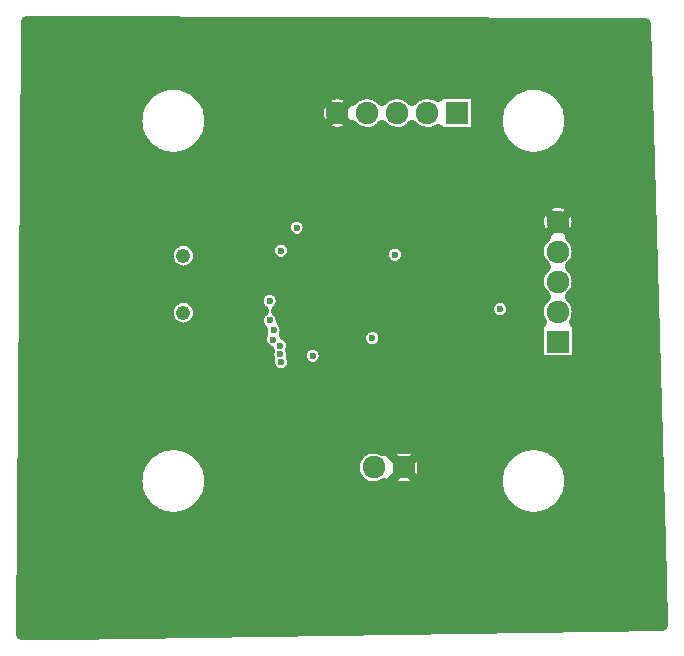
<source format=gbr>
G04 DipTrace 4.3.0.3*
G04 G2L.gbr*
%MOMM*%
G04 #@! TF.FileFunction,Copper,L2,Inr*
G04 #@! TF.Part,Single*
G04 #@! TA.AperFunction,ViaPad*
%ADD17C,0.6*%
G04 #@! TA.AperFunction,CopperBalancing*
%ADD18C,1.0*%
%ADD29C,0.8*%
G04 #@! TA.AperFunction,ComponentPad*
%ADD33R,1.92X1.92*%
%ADD34C,1.92*%
%ADD39C,1.2192*%
%FSLAX35Y35*%
G04*
G71*
G90*
G75*
G01*
G04 Inner1*
%LPD*%
D17*
X3245000Y3185000D3*
X3055000Y2480000D3*
X2415000Y3415000D3*
X2280000Y3220000D3*
X2220000Y2545000D3*
X2215000Y2465000D3*
X2275000Y2415000D3*
Y2345000D3*
X2280000Y2275000D3*
X2185000Y2630000D3*
Y2795000D3*
X2475000Y3715000D3*
X1880000Y3570000D3*
X1765000Y3500000D3*
X1760000Y3380000D3*
X1820000Y3240000D3*
X1910000Y3125000D3*
X2430000Y2925000D3*
X1115000Y2940000D3*
X1770000Y2365000D3*
X1765000Y2295000D3*
X1760000Y2230000D3*
X1780000Y2460000D3*
X1820000Y2535000D3*
X1840000Y2625000D3*
X1825000Y2715000D3*
X4190000Y1710000D3*
X3995000Y1580000D3*
X1975000Y2210000D3*
X2165000Y1815000D3*
X2255000D3*
X2505000D3*
X2425000D3*
X2345000D3*
X3700000Y1840000D3*
X3540000Y3080000D3*
X3440000Y3060000D3*
X3360000Y3055000D3*
X1335000Y2000000D3*
X1380000Y1915000D3*
X1480000Y1905000D3*
X1565000Y1935000D3*
X1580000Y2020000D3*
X3205000Y1825000D3*
X4580000Y2010000D3*
X4655000D3*
X2785000Y3525000D3*
X2830000Y3480000D3*
X2835000Y3420000D3*
X3665000Y3775000D3*
X3600000D3*
X3530000Y3770000D3*
X3480000Y3730000D3*
X3475000Y3650000D3*
X3480000Y3585000D3*
Y3520000D3*
X4715000Y2085000D3*
X3570000Y3360000D3*
X3650000Y3350000D3*
X3785000Y3300000D3*
X3820000Y3260000D3*
X3845000Y3210000D3*
X3840000Y3140000D3*
X3820000Y3085000D3*
X3825000Y3025000D3*
X3835000Y2745000D3*
Y2685000D3*
X3865000Y2625000D3*
X3940000Y2610000D3*
X4010000Y2615000D3*
X3925000Y3990000D3*
X3830000D3*
X3950000Y4200000D3*
X3815000Y4065000D3*
Y4140000D3*
X3825000Y4210000D3*
X3410000Y3135000D3*
X3480000Y3140000D3*
X3545000Y3135000D3*
X3580000Y2745000D3*
X3585000Y2690000D3*
X3555000Y2635000D3*
X3320000Y2555000D3*
X3550000Y2525000D3*
X3500000Y2480000D3*
X3525000Y2410000D3*
X3390000Y2345000D3*
X3320000Y2385000D3*
X1140000Y1695000D3*
X1210000Y1685000D3*
X1265000Y1695000D3*
X1320000Y1720000D3*
X1380000D3*
X1515000Y1695000D3*
X1505000Y1640000D3*
Y1580000D3*
X1565000Y1585000D3*
X1645000Y1575000D3*
X1740000Y1570000D3*
X1750000Y1635000D3*
X1855000Y1575000D3*
X1940000D3*
X2030000Y1585000D3*
X2100000Y1605000D3*
X2180000D3*
X2265000Y1600000D3*
X2340000D3*
X2420000Y1590000D3*
X2500000Y1600000D3*
X2950000Y2590000D3*
X3360000Y3110000D3*
X4135000Y2725000D3*
X2550000Y2330000D3*
X143727Y5060333D2*
D18*
X5358460D1*
X142861Y4960667D2*
X5361240D1*
X142041Y4861000D2*
X5364066D1*
X141175Y4761333D2*
X5366846D1*
X140355Y4661667D2*
X5369626D1*
X139489Y4562000D2*
X1163063D1*
X1576904D2*
X4213076D1*
X4626917D2*
X5372406D1*
X138623Y4462333D2*
X1082354D1*
X1657660D2*
X2599840D1*
X3952985D2*
X4132367D1*
X4707627D2*
X5375231D1*
X137803Y4362667D2*
X1050954D1*
X1689059D2*
X2582477D1*
X3952985D2*
X4100921D1*
X4739072D2*
X5378011D1*
X136937Y4263000D2*
X1053232D1*
X1686735D2*
X2633519D1*
X3952985D2*
X4103245D1*
X4736748D2*
X5380791D1*
X136117Y4163333D2*
X1090192D1*
X1649821D2*
X4140205D1*
X4699834D2*
X5383571D1*
X135251Y4063667D2*
X1182113D1*
X1557855D2*
X4232126D1*
X4607868D2*
X5386351D1*
X134385Y3964000D2*
X5389176D1*
X133564Y3864333D2*
X5391956D1*
X132699Y3764667D2*
X5394736D1*
X131878Y3665000D2*
X5397516D1*
X131012Y3565333D2*
X4479495D1*
X4770472D2*
X5400296D1*
X130146Y3465667D2*
X2316468D1*
X2513519D2*
X4447002D1*
X4803011D2*
X5403122D1*
X129326Y3366000D2*
X2315557D1*
X2514476D2*
X4479997D1*
X4770016D2*
X5405902D1*
X128460Y3266333D2*
X1347178D1*
X1562822D2*
X2179111D1*
X2380856D2*
X3173467D1*
X3316559D2*
X4456025D1*
X4793988D2*
X5408682D1*
X127640Y3166667D2*
X1312406D1*
X1597594D2*
X2183076D1*
X2376937D2*
X3134639D1*
X3355342D2*
X4453245D1*
X4796768D2*
X5411462D1*
X126774Y3067000D2*
X1369281D1*
X1540719D2*
X4487152D1*
X4762861D2*
X5414287D1*
X125908Y2967333D2*
X4447275D1*
X4802738D2*
X5417067D1*
X125088Y2867667D2*
X2103415D1*
X2266559D2*
X4473343D1*
X4776624D2*
X5419847D1*
X124222Y2768000D2*
X1334736D1*
X1575264D2*
X2076618D1*
X2293356D2*
X4032516D1*
X4237497D2*
X4459671D1*
X4790342D2*
X5422627D1*
X123402Y2668333D2*
X1314502D1*
X1595498D2*
X2080492D1*
X2289528D2*
X4040173D1*
X4229795D2*
X4450830D1*
X4799183D2*
X5425407D1*
X122536Y2568667D2*
X1399769D1*
X1510231D2*
X2093480D1*
X2329222D2*
X2994593D1*
X3115400D2*
X4447002D1*
X4803011D2*
X5428232D1*
X121670Y2469000D2*
X2103096D1*
X2371514D2*
X2943597D1*
X3166396D2*
X4447002D1*
X4803011D2*
X5431012D1*
X120850Y2369333D2*
X2165941D1*
X2384046D2*
X2445895D1*
X2654111D2*
X4447002D1*
X4803011D2*
X5433792D1*
X119984Y2269667D2*
X2168128D1*
X2391839D2*
X2457744D1*
X2642262D2*
X5436572D1*
X119163Y2170000D2*
X5439398D1*
X118298Y2070333D2*
X5442178D1*
X117432Y1970667D2*
X5444958D1*
X116611Y1871000D2*
X5447738D1*
X115745Y1771333D2*
X5450518D1*
X114925Y1671667D2*
X5453343D1*
X114059Y1572000D2*
X1281644D1*
X1458369D2*
X4331657D1*
X4508337D2*
X5456123D1*
X113193Y1472333D2*
X1122503D1*
X1617510D2*
X2912471D1*
X3497985D2*
X4172516D1*
X4667477D2*
X5458903D1*
X112373Y1372667D2*
X1065355D1*
X1674613D2*
X2888454D1*
X3497985D2*
X4115368D1*
X4724626D2*
X5461683D1*
X111507Y1273000D2*
X1048037D1*
X1691976D2*
X2930791D1*
X3497985D2*
X4098005D1*
X4741989D2*
X5464508D1*
X110641Y1173333D2*
X1063350D1*
X1676663D2*
X4113363D1*
X4726631D2*
X5467288D1*
X109821Y1073667D2*
X1117536D1*
X1622477D2*
X4167503D1*
X4672490D2*
X5470068D1*
X108955Y974000D2*
X1261364D1*
X1478649D2*
X4311377D1*
X4528617D2*
X5472848D1*
X108135Y874333D2*
X5475628D1*
X107269Y774667D2*
X5478454D1*
X106403Y675000D2*
X5481234D1*
X105583Y575333D2*
X5484014D1*
X104717Y475667D2*
X5486794D1*
X103896Y376000D2*
X5489574D1*
X103031Y276333D2*
X5492399D1*
X102165Y176667D2*
X5495179D1*
X101344Y77000D2*
X5497959D1*
X100479Y-22667D2*
X505856D1*
X3630333Y4553000D2*
X3943000D1*
Y4217000D1*
X3607000D1*
Y4240675D1*
X3594758Y4234057D1*
X3573033Y4225261D1*
X3550295Y4219574D1*
X3526987Y4217107D1*
X3503562Y4217907D1*
X3480477Y4221960D1*
X3458181Y4229187D1*
X3437107Y4239446D1*
X3417667Y4252538D1*
X3400237Y4268208D1*
X3394273Y4275305D1*
X3379506Y4260235D1*
X3361047Y4245791D1*
X3340758Y4234057D1*
X3319033Y4225261D1*
X3296295Y4219574D1*
X3272987Y4217107D1*
X3249562Y4217907D1*
X3226477Y4221960D1*
X3204181Y4229187D1*
X3183107Y4239446D1*
X3163667Y4252538D1*
X3146237Y4268208D1*
X3140273Y4275305D1*
X3125506Y4260235D1*
X3107047Y4245791D1*
X3086758Y4234057D1*
X3065033Y4225261D1*
X3042295Y4219574D1*
X3018987Y4217107D1*
X2995562Y4217907D1*
X2972477Y4221960D1*
X2950181Y4229187D1*
X2929107Y4239446D1*
X2909667Y4252538D1*
X2892237Y4268208D1*
X2886273Y4275305D1*
X2883143Y4271807D1*
X2877782Y4266195D1*
X2872169Y4260836D1*
X2866314Y4255742D1*
X2860230Y4250923D1*
X2853930Y4246391D1*
X2847427Y4242155D1*
X2840735Y4238224D1*
X2833870Y4234605D1*
X2826844Y4231308D1*
X2819673Y4228339D1*
X2812374Y4225704D1*
X2804960Y4223409D1*
X2797448Y4221459D1*
X2789854Y4219858D1*
X2782194Y4218609D1*
X2774485Y4217715D1*
X2766743Y4217179D1*
X2758984Y4217000D1*
X2751225Y4217180D1*
X2743483Y4217718D1*
X2735774Y4218613D1*
X2728114Y4219863D1*
X2720521Y4221466D1*
X2713009Y4223418D1*
X2705596Y4225714D1*
X2698296Y4228351D1*
X2691126Y4231321D1*
X2684101Y4234620D1*
X2677236Y4238239D1*
X2670546Y4242172D1*
X2664044Y4246410D1*
X2657744Y4250943D1*
X2651661Y4255762D1*
X2645807Y4260857D1*
X2640195Y4266218D1*
X2634836Y4271831D1*
X2629742Y4277686D1*
X2624923Y4283770D1*
X2620391Y4290070D1*
X2616155Y4296573D1*
X2612224Y4303265D1*
X2608605Y4310130D1*
X2605308Y4317156D1*
X2602339Y4324327D1*
X2599704Y4331626D1*
X2597409Y4339040D1*
X2595459Y4346552D1*
X2593858Y4354146D1*
X2592609Y4361806D1*
X2591715Y4369515D1*
X2591179Y4377257D1*
X2591000Y4385016D1*
X2591180Y4392775D1*
X2591718Y4400517D1*
X2592613Y4408226D1*
X2593863Y4415886D1*
X2595466Y4423479D1*
X2597418Y4430991D1*
X2599714Y4438404D1*
X2602351Y4445704D1*
X2605321Y4452874D1*
X2608620Y4459899D1*
X2612239Y4466764D1*
X2616172Y4473454D1*
X2620410Y4479956D1*
X2624943Y4486256D1*
X2629762Y4492339D1*
X2634857Y4498193D1*
X2640218Y4503805D1*
X2645831Y4509164D1*
X2651686Y4514258D1*
X2657770Y4519077D1*
X2664070Y4523609D1*
X2670573Y4527845D1*
X2677265Y4531776D1*
X2684130Y4535395D1*
X2691156Y4538692D1*
X2698327Y4541661D1*
X2705626Y4544296D1*
X2713040Y4546591D1*
X2720552Y4548541D1*
X2728146Y4550142D1*
X2735806Y4551391D1*
X2743515Y4552285D1*
X2751257Y4552821D1*
X2759016Y4553000D1*
X2766775Y4552820D1*
X2774517Y4552282D1*
X2782226Y4551387D1*
X2789886Y4550137D1*
X2797479Y4548534D1*
X2804991Y4546582D1*
X2812404Y4544286D1*
X2819704Y4541649D1*
X2826874Y4538679D1*
X2833899Y4535380D1*
X2840764Y4531761D1*
X2847454Y4527828D1*
X2853956Y4523590D1*
X2860256Y4519057D1*
X2866339Y4514238D1*
X2872193Y4509143D1*
X2877805Y4503782D1*
X2883164Y4498169D1*
X2885975Y4494938D1*
X2892065Y4501613D1*
X2909471Y4517309D1*
X2928893Y4530430D1*
X2949951Y4540720D1*
X2972237Y4547980D1*
X2995316Y4552067D1*
X3018739Y4552902D1*
X3042051Y4550469D1*
X3064797Y4544816D1*
X3086535Y4536052D1*
X3106842Y4524348D1*
X3125322Y4509931D1*
X3139913Y4494844D1*
X3146065Y4501613D1*
X3163471Y4517309D1*
X3182893Y4530430D1*
X3203951Y4540720D1*
X3226237Y4547980D1*
X3249316Y4552067D1*
X3272739Y4552902D1*
X3296051Y4550469D1*
X3318797Y4544816D1*
X3340535Y4536052D1*
X3360842Y4524348D1*
X3379322Y4509931D1*
X3393913Y4494844D1*
X3400065Y4501613D1*
X3417471Y4517309D1*
X3436893Y4530430D1*
X3457951Y4540720D1*
X3480237Y4547980D1*
X3503316Y4552067D1*
X3526739Y4552902D1*
X3550051Y4550469D1*
X3572797Y4544816D1*
X3594535Y4536052D1*
X3607009Y4528862D1*
X3607000Y4553000D1*
X3630333D1*
X1681128Y1246688D2*
X1678516Y1223503D1*
X1674178Y1200578D1*
X1668140Y1178040D1*
X1660434Y1156018D1*
X1651104Y1134632D1*
X1640202Y1114004D1*
X1627789Y1094248D1*
X1613934Y1075474D1*
X1598715Y1057789D1*
X1582217Y1041291D1*
X1564532Y1026071D1*
X1545759Y1012216D1*
X1526004Y999802D1*
X1505376Y988900D1*
X1483990Y979569D1*
X1461968Y971863D1*
X1439431Y965823D1*
X1416505Y961485D1*
X1393320Y958873D1*
X1370004Y958000D1*
X1346688Y958872D1*
X1323503Y961484D1*
X1300578Y965822D1*
X1278040Y971860D1*
X1256018Y979566D1*
X1234632Y988896D1*
X1214004Y999798D1*
X1194248Y1012211D1*
X1175474Y1026066D1*
X1157789Y1041285D1*
X1141291Y1057783D1*
X1126071Y1075468D1*
X1112216Y1094241D1*
X1099802Y1113996D1*
X1088900Y1134624D1*
X1079569Y1156010D1*
X1071863Y1178032D1*
X1065823Y1200569D1*
X1061485Y1223495D1*
X1058873Y1246680D1*
X1058000Y1269996D1*
X1058872Y1293312D1*
X1061484Y1316497D1*
X1065822Y1339422D1*
X1071860Y1361960D1*
X1079566Y1383982D1*
X1088896Y1405368D1*
X1099798Y1425996D1*
X1112211Y1445752D1*
X1126066Y1464526D1*
X1141285Y1482211D1*
X1157783Y1498709D1*
X1175468Y1513929D1*
X1194241Y1527784D1*
X1213996Y1540198D1*
X1234624Y1551100D1*
X1256010Y1560431D1*
X1278032Y1568137D1*
X1300569Y1574177D1*
X1323495Y1578515D1*
X1346680Y1581127D1*
X1369996Y1582000D1*
X1393312Y1581128D1*
X1416497Y1578516D1*
X1439422Y1574178D1*
X1461960Y1568140D1*
X1483982Y1560434D1*
X1505368Y1551104D1*
X1525996Y1540202D1*
X1545752Y1527789D1*
X1564526Y1513934D1*
X1582211Y1498715D1*
X1598709Y1482217D1*
X1613929Y1464532D1*
X1627784Y1445759D1*
X1640198Y1426004D1*
X1651100Y1405376D1*
X1660431Y1383990D1*
X1668137Y1361968D1*
X1674177Y1339431D1*
X1678515Y1316505D1*
X1681127Y1293320D1*
X1682000Y1270000D1*
X1681128Y1246688D1*
X4731128D2*
X4728516Y1223503D1*
X4724178Y1200578D1*
X4718140Y1178040D1*
X4710434Y1156018D1*
X4701104Y1134632D1*
X4690202Y1114004D1*
X4677789Y1094248D1*
X4663934Y1075474D1*
X4648715Y1057789D1*
X4632217Y1041291D1*
X4614532Y1026071D1*
X4595759Y1012216D1*
X4576004Y999802D1*
X4555376Y988900D1*
X4533990Y979569D1*
X4511968Y971863D1*
X4489431Y965823D1*
X4466505Y961485D1*
X4443320Y958873D1*
X4420004Y958000D1*
X4396688Y958872D1*
X4373503Y961484D1*
X4350578Y965822D1*
X4328040Y971860D1*
X4306018Y979566D1*
X4284632Y988896D1*
X4264004Y999798D1*
X4244248Y1012211D1*
X4225474Y1026066D1*
X4207789Y1041285D1*
X4191291Y1057783D1*
X4176071Y1075468D1*
X4162216Y1094241D1*
X4149802Y1113996D1*
X4138900Y1134624D1*
X4129569Y1156010D1*
X4121863Y1178032D1*
X4115823Y1200569D1*
X4111485Y1223495D1*
X4108873Y1246680D1*
X4108000Y1269996D1*
X4108872Y1293312D1*
X4111484Y1316497D1*
X4115822Y1339422D1*
X4121860Y1361960D1*
X4129566Y1383982D1*
X4138896Y1405368D1*
X4149798Y1425996D1*
X4162211Y1445752D1*
X4176066Y1464526D1*
X4191285Y1482211D1*
X4207783Y1498709D1*
X4225468Y1513929D1*
X4244241Y1527784D1*
X4263996Y1540198D1*
X4284624Y1551100D1*
X4306010Y1560431D1*
X4328032Y1568137D1*
X4350569Y1574177D1*
X4373495Y1578515D1*
X4396680Y1581127D1*
X4419996Y1582000D1*
X4443312Y1581128D1*
X4466497Y1578516D1*
X4489422Y1574178D1*
X4511960Y1568140D1*
X4533982Y1560434D1*
X4555368Y1551104D1*
X4575996Y1540202D1*
X4595752Y1527789D1*
X4614526Y1513934D1*
X4632211Y1498715D1*
X4648709Y1482217D1*
X4663929Y1464532D1*
X4677784Y1445759D1*
X4690198Y1426004D1*
X4701100Y1405376D1*
X4710431Y1383990D1*
X4718137Y1361968D1*
X4724177Y1339431D1*
X4728515Y1316505D1*
X4731127Y1293320D1*
X4732000Y1270000D1*
X4731128Y1246688D1*
Y4296688D2*
X4728516Y4273503D1*
X4724178Y4250578D1*
X4718140Y4228040D1*
X4710434Y4206018D1*
X4701104Y4184632D1*
X4690202Y4164004D1*
X4677789Y4144248D1*
X4663934Y4125474D1*
X4648715Y4107789D1*
X4632217Y4091291D1*
X4614532Y4076071D1*
X4595759Y4062216D1*
X4576004Y4049802D1*
X4555376Y4038900D1*
X4533990Y4029569D1*
X4511968Y4021863D1*
X4489431Y4015823D1*
X4466505Y4011485D1*
X4443320Y4008873D1*
X4420004Y4008000D1*
X4396688Y4008872D1*
X4373503Y4011484D1*
X4350578Y4015822D1*
X4328040Y4021860D1*
X4306018Y4029566D1*
X4284632Y4038896D1*
X4264004Y4049798D1*
X4244248Y4062211D1*
X4225474Y4076066D1*
X4207789Y4091285D1*
X4191291Y4107783D1*
X4176071Y4125468D1*
X4162216Y4144241D1*
X4149802Y4163996D1*
X4138900Y4184624D1*
X4129569Y4206010D1*
X4121863Y4228032D1*
X4115823Y4250569D1*
X4111485Y4273495D1*
X4108873Y4296680D1*
X4108000Y4319996D1*
X4108872Y4343312D1*
X4111484Y4366497D1*
X4115822Y4389422D1*
X4121860Y4411960D1*
X4129566Y4433982D1*
X4138896Y4455368D1*
X4149798Y4475996D1*
X4162211Y4495752D1*
X4176066Y4514526D1*
X4191285Y4532211D1*
X4207783Y4548709D1*
X4225468Y4563929D1*
X4244241Y4577784D1*
X4263996Y4590198D1*
X4284624Y4601100D1*
X4306010Y4610431D1*
X4328032Y4618137D1*
X4350569Y4624177D1*
X4373495Y4628515D1*
X4396680Y4631127D1*
X4419996Y4632000D1*
X4443312Y4631128D1*
X4466497Y4628516D1*
X4489422Y4624178D1*
X4511960Y4618140D1*
X4533982Y4610434D1*
X4555368Y4601104D1*
X4575996Y4590202D1*
X4595752Y4577789D1*
X4614526Y4563934D1*
X4632211Y4548715D1*
X4648709Y4532217D1*
X4663929Y4514532D1*
X4677784Y4495759D1*
X4690198Y4476004D1*
X4701100Y4455376D1*
X4710431Y4433990D1*
X4718137Y4411968D1*
X4724177Y4389431D1*
X4728515Y4366505D1*
X4731127Y4343320D1*
X4732000Y4320000D1*
X4731128Y4296688D1*
X1681128D2*
X1678516Y4273503D1*
X1674178Y4250578D1*
X1668140Y4228040D1*
X1660434Y4206018D1*
X1651104Y4184632D1*
X1640202Y4164004D1*
X1627789Y4144248D1*
X1613934Y4125474D1*
X1598715Y4107789D1*
X1582217Y4091291D1*
X1564532Y4076071D1*
X1545759Y4062216D1*
X1526004Y4049802D1*
X1505376Y4038900D1*
X1483990Y4029569D1*
X1461968Y4021863D1*
X1439431Y4015823D1*
X1416505Y4011485D1*
X1393320Y4008873D1*
X1370004Y4008000D1*
X1346688Y4008872D1*
X1323503Y4011484D1*
X1300578Y4015822D1*
X1278040Y4021860D1*
X1256018Y4029566D1*
X1234632Y4038896D1*
X1214004Y4049798D1*
X1194248Y4062211D1*
X1175474Y4076066D1*
X1157789Y4091285D1*
X1141291Y4107783D1*
X1126071Y4125468D1*
X1112216Y4144241D1*
X1099802Y4163996D1*
X1088900Y4184624D1*
X1079569Y4206010D1*
X1071863Y4228032D1*
X1065823Y4250569D1*
X1061485Y4273495D1*
X1058873Y4296680D1*
X1058000Y4319996D1*
X1058872Y4343312D1*
X1061484Y4366497D1*
X1065822Y4389422D1*
X1071860Y4411960D1*
X1079566Y4433982D1*
X1088896Y4455368D1*
X1099798Y4475996D1*
X1112211Y4495752D1*
X1126066Y4514526D1*
X1141285Y4532211D1*
X1157783Y4548709D1*
X1175468Y4563929D1*
X1194241Y4577784D1*
X1213996Y4590198D1*
X1234624Y4601100D1*
X1256010Y4610431D1*
X1278032Y4618137D1*
X1300569Y4624177D1*
X1323495Y4628515D1*
X1346680Y4631127D1*
X1369996Y4632000D1*
X1393312Y4631128D1*
X1416497Y4628516D1*
X1439422Y4624178D1*
X1461960Y4618140D1*
X1483982Y4610434D1*
X1505368Y4601104D1*
X1525996Y4590202D1*
X1545752Y4577789D1*
X1564526Y4563934D1*
X1582211Y4548715D1*
X1598709Y4532217D1*
X1613929Y4514532D1*
X1627784Y4495759D1*
X1640198Y4476004D1*
X1651100Y4455376D1*
X1660431Y4433990D1*
X1668137Y4411968D1*
X1674177Y4389431D1*
X1678515Y4366505D1*
X1681127Y4343320D1*
X1682000Y4320000D1*
X1681128Y4296688D1*
X4480333Y2618000D2*
X4480675D1*
X4476723Y2625019D1*
X4467174Y2646424D1*
X4460697Y2668950D1*
X4457418Y2692157D1*
X4457401Y2715595D1*
X4460645Y2738808D1*
X4467089Y2761343D1*
X4476607Y2782762D1*
X4489012Y2802648D1*
X4504065Y2820613D1*
X4515301Y2830745D1*
X4504237Y2841208D1*
X4489158Y2859152D1*
X4476723Y2879019D1*
X4467174Y2900424D1*
X4460697Y2922950D1*
X4457418Y2946157D1*
X4457401Y2969595D1*
X4460645Y2992808D1*
X4467089Y3015343D1*
X4476607Y3036762D1*
X4489012Y3056648D1*
X4504065Y3074613D1*
X4515301Y3084745D1*
X4504237Y3095208D1*
X4489158Y3113152D1*
X4476723Y3133019D1*
X4467174Y3154424D1*
X4460697Y3176950D1*
X4457418Y3200157D1*
X4457401Y3223595D1*
X4460645Y3246808D1*
X4467089Y3269343D1*
X4476607Y3290762D1*
X4489012Y3310648D1*
X4504065Y3328613D1*
X4515301Y3338745D1*
X4511807Y3341857D1*
X4506195Y3347218D1*
X4500836Y3352831D1*
X4495742Y3358686D1*
X4490923Y3364770D1*
X4486391Y3371070D1*
X4482155Y3377573D1*
X4478224Y3384265D1*
X4474605Y3391130D1*
X4471308Y3398156D1*
X4468339Y3405327D1*
X4465704Y3412626D1*
X4463409Y3420040D1*
X4461459Y3427552D1*
X4459858Y3435146D1*
X4458609Y3442806D1*
X4457715Y3450515D1*
X4457179Y3458257D1*
X4457000Y3466016D1*
X4457180Y3473775D1*
X4457718Y3481517D1*
X4458613Y3489226D1*
X4459863Y3496886D1*
X4461466Y3504479D1*
X4463418Y3511991D1*
X4465714Y3519404D1*
X4468351Y3526704D1*
X4471321Y3533874D1*
X4474620Y3540899D1*
X4478239Y3547764D1*
X4482172Y3554454D1*
X4486410Y3560956D1*
X4490943Y3567256D1*
X4495762Y3573339D1*
X4500857Y3579193D1*
X4506218Y3584805D1*
X4511831Y3590164D1*
X4517686Y3595258D1*
X4523770Y3600077D1*
X4530070Y3604609D1*
X4536573Y3608845D1*
X4543265Y3612776D1*
X4550130Y3616395D1*
X4557156Y3619692D1*
X4564327Y3622661D1*
X4571626Y3625296D1*
X4579040Y3627591D1*
X4586552Y3629541D1*
X4594146Y3631142D1*
X4601806Y3632391D1*
X4609515Y3633285D1*
X4617257Y3633821D1*
X4625016Y3634000D1*
X4632775Y3633820D1*
X4640517Y3633282D1*
X4648226Y3632387D1*
X4655886Y3631137D1*
X4663479Y3629534D1*
X4670991Y3627582D1*
X4678404Y3625286D1*
X4685704Y3622649D1*
X4692874Y3619679D1*
X4699899Y3616380D1*
X4706764Y3612761D1*
X4713454Y3608828D1*
X4719956Y3604590D1*
X4726256Y3600057D1*
X4732339Y3595238D1*
X4738193Y3590143D1*
X4743805Y3584782D1*
X4749164Y3579169D1*
X4754258Y3573314D1*
X4759077Y3567230D1*
X4763609Y3560930D1*
X4767845Y3554427D1*
X4771776Y3547735D1*
X4775395Y3540870D1*
X4778692Y3533844D1*
X4781661Y3526673D1*
X4784296Y3519374D1*
X4786591Y3511960D1*
X4788541Y3504448D1*
X4790142Y3496854D1*
X4791391Y3489194D1*
X4792285Y3481485D1*
X4792821Y3473743D1*
X4793000Y3466000D1*
X4792820Y3458225D1*
X4792282Y3450483D1*
X4791387Y3442774D1*
X4790137Y3435114D1*
X4788534Y3427521D1*
X4786582Y3420009D1*
X4784286Y3412596D1*
X4781649Y3405296D1*
X4778679Y3398126D1*
X4775380Y3391101D1*
X4771761Y3384236D1*
X4767828Y3377546D1*
X4763590Y3371044D1*
X4759057Y3364744D1*
X4754238Y3358661D1*
X4749143Y3352807D1*
X4743782Y3347195D1*
X4738169Y3341836D1*
X4734938Y3339025D1*
X4737322Y3336931D1*
X4753616Y3320083D1*
X4767406Y3301131D1*
X4778425Y3280445D1*
X4786458Y3258426D1*
X4791348Y3235504D1*
X4793000Y3212000D1*
X4791382Y3188742D1*
X4786526Y3165812D1*
X4778526Y3143781D1*
X4767538Y3123079D1*
X4753775Y3104107D1*
X4737506Y3087235D1*
X4734820Y3085133D1*
X4737322Y3082931D1*
X4753616Y3066083D1*
X4767406Y3047131D1*
X4778425Y3026445D1*
X4786458Y3004426D1*
X4791348Y2981504D1*
X4793000Y2958000D1*
X4791382Y2934742D1*
X4786526Y2911812D1*
X4778526Y2889781D1*
X4767538Y2869079D1*
X4753775Y2850107D1*
X4737506Y2833235D1*
X4734820Y2831133D1*
X4737322Y2828931D1*
X4753616Y2812083D1*
X4767406Y2793131D1*
X4778425Y2772445D1*
X4786458Y2750426D1*
X4791348Y2727504D1*
X4793000Y2704000D1*
X4791382Y2680742D1*
X4786526Y2657812D1*
X4778526Y2635781D1*
X4769094Y2618010D1*
X4793000Y2618000D1*
Y2282000D1*
X4457000D1*
Y2618000D1*
X4480333D1*
X3344343Y3161870D2*
X3336331Y3139583D1*
X3323395Y3119745D1*
X3306233Y3103425D1*
X3285770Y3091502D1*
X3263109Y3084620D1*
X3239472Y3083150D1*
X3216133Y3087170D1*
X3194350Y3096465D1*
X3175297Y3110532D1*
X3160002Y3128614D1*
X3149290Y3149735D1*
X3143737Y3172758D1*
X3143644Y3196441D1*
X3149014Y3219507D1*
X3159559Y3240713D1*
X3174711Y3258915D1*
X3193651Y3273132D1*
X3215360Y3282599D1*
X3238667Y3286803D1*
X3262315Y3285520D1*
X3285030Y3278817D1*
X3305586Y3267057D1*
X3322877Y3250873D1*
X3335969Y3231137D1*
X3344157Y3208915D1*
X3346999Y3185403D1*
X3344343Y3161870D1*
X3154343Y2456870D2*
X3146331Y2434583D1*
X3133395Y2414745D1*
X3116233Y2398425D1*
X3095770Y2386502D1*
X3073109Y2379620D1*
X3049472Y2378150D1*
X3026133Y2382170D1*
X3004350Y2391465D1*
X2985297Y2405532D1*
X2970002Y2423614D1*
X2959290Y2444735D1*
X2953737Y2467758D1*
X2953644Y2491441D1*
X2959014Y2514507D1*
X2969559Y2535713D1*
X2984711Y2553915D1*
X3003651Y2568132D1*
X3025360Y2577599D1*
X3048667Y2581803D1*
X3072315Y2580520D1*
X3095030Y2573817D1*
X3115586Y2562057D1*
X3132877Y2545873D1*
X3145969Y2526137D1*
X3154157Y2503915D1*
X3156999Y2480403D1*
X3154343Y2456870D1*
X2514343Y3391870D2*
X2506331Y3369583D1*
X2493395Y3349745D1*
X2476233Y3333425D1*
X2455770Y3321502D1*
X2433109Y3314620D1*
X2409472Y3313150D1*
X2386133Y3317170D1*
X2364350Y3326465D1*
X2345297Y3340532D1*
X2330002Y3358614D1*
X2319290Y3379735D1*
X2313737Y3402758D1*
X2313644Y3426441D1*
X2319014Y3449507D1*
X2329559Y3470713D1*
X2344711Y3488915D1*
X2363651Y3503132D1*
X2385360Y3512599D1*
X2408667Y3516803D1*
X2432315Y3515520D1*
X2455030Y3508817D1*
X2475586Y3497057D1*
X2492877Y3480873D1*
X2505969Y3461137D1*
X2514157Y3438915D1*
X2516999Y3415403D1*
X2514343Y3391870D1*
X2379343Y3196870D2*
X2371331Y3174583D1*
X2358395Y3154745D1*
X2341233Y3138425D1*
X2320770Y3126502D1*
X2298109Y3119620D1*
X2274472Y3118150D1*
X2251133Y3122170D1*
X2229350Y3131465D1*
X2210297Y3145532D1*
X2195002Y3163614D1*
X2184290Y3184735D1*
X2178737Y3207758D1*
X2178644Y3231441D1*
X2184014Y3254507D1*
X2194559Y3275713D1*
X2209711Y3293915D1*
X2228651Y3308132D1*
X2250360Y3317599D1*
X2273667Y3321803D1*
X2297315Y3320520D1*
X2320030Y3313817D1*
X2340586Y3302057D1*
X2357877Y3285873D1*
X2370969Y3266137D1*
X2379157Y3243915D1*
X2381999Y3220403D1*
X2379343Y3196870D1*
X2319343Y2521870D2*
X2314703Y2508963D1*
X2335586Y2497057D1*
X2352877Y2480873D1*
X2365969Y2461137D1*
X2374157Y2438915D1*
X2376999Y2415403D1*
X2374343Y2391870D1*
X2370438Y2381009D1*
X2374157Y2368915D1*
X2376999Y2345403D1*
X2374343Y2321870D1*
X2372754Y2317452D1*
X2376160Y2309018D1*
X2381413Y2285925D1*
X2382000Y2275000D1*
X2379343Y2251870D1*
X2371331Y2229583D1*
X2358395Y2209745D1*
X2341233Y2193425D1*
X2320770Y2181502D1*
X2298109Y2174620D1*
X2274472Y2173150D1*
X2251133Y2177170D1*
X2229350Y2186465D1*
X2210297Y2200532D1*
X2195002Y2218614D1*
X2184290Y2239735D1*
X2178737Y2262758D1*
X2178644Y2286441D1*
X2182352Y2302366D1*
X2179290Y2309735D1*
X2173737Y2332758D1*
X2173644Y2356441D1*
X2176890Y2370384D1*
X2161378Y2378232D1*
X2142814Y2392937D1*
X2128140Y2411526D1*
X2118150Y2432999D1*
X2113381Y2456197D1*
X2114090Y2479869D1*
X2120239Y2502740D1*
X2124186Y2510045D1*
X2118737Y2532758D1*
X2118659Y2552532D1*
X2115297Y2555532D1*
X2100002Y2573614D1*
X2089290Y2594735D1*
X2083737Y2617758D1*
X2083644Y2641441D1*
X2089014Y2664507D1*
X2099559Y2685713D1*
X2114711Y2703915D1*
X2125605Y2712093D1*
X2115297Y2720532D1*
X2100002Y2738614D1*
X2089290Y2759735D1*
X2083737Y2782758D1*
X2083644Y2806441D1*
X2089014Y2829507D1*
X2099559Y2850713D1*
X2114711Y2868915D1*
X2133651Y2883132D1*
X2155360Y2892599D1*
X2178667Y2896803D1*
X2202315Y2895520D1*
X2225030Y2888817D1*
X2245586Y2877057D1*
X2262877Y2860873D1*
X2275969Y2841137D1*
X2284157Y2818915D1*
X2286999Y2795403D1*
X2284343Y2771870D1*
X2276331Y2749583D1*
X2263395Y2729745D1*
X2246233Y2713425D1*
X2244814Y2712598D1*
X2245586Y2712057D1*
X2262877Y2695873D1*
X2275969Y2676137D1*
X2284157Y2653915D1*
X2286999Y2630403D1*
X2286157Y2622659D1*
X2297877Y2610873D1*
X2310969Y2591137D1*
X2319157Y2568915D1*
X2321999Y2545403D1*
X2319343Y2521870D1*
X4234343Y2701870D2*
X4226331Y2679583D1*
X4213395Y2659745D1*
X4196233Y2643425D1*
X4175770Y2631502D1*
X4153109Y2624620D1*
X4129472Y2623150D1*
X4106133Y2627170D1*
X4084350Y2636465D1*
X4065297Y2650532D1*
X4050002Y2668614D1*
X4039290Y2689735D1*
X4033737Y2712758D1*
X4033644Y2736441D1*
X4039014Y2759507D1*
X4049559Y2780713D1*
X4064711Y2798915D1*
X4083651Y2813132D1*
X4105360Y2822599D1*
X4128667Y2826803D1*
X4152315Y2825520D1*
X4175030Y2818817D1*
X4195586Y2807057D1*
X4212877Y2790873D1*
X4225969Y2771137D1*
X4234157Y2748915D1*
X4236999Y2725403D1*
X4234343Y2701870D1*
X2649343Y2306870D2*
X2641331Y2284583D1*
X2628395Y2264745D1*
X2611233Y2248425D1*
X2590770Y2236502D1*
X2568109Y2229620D1*
X2544472Y2228150D1*
X2521133Y2232170D1*
X2499350Y2241465D1*
X2480297Y2255532D1*
X2465002Y2273614D1*
X2454290Y2294735D1*
X2448737Y2317758D1*
X2448644Y2341441D1*
X2454014Y2364507D1*
X2464559Y2385713D1*
X2479711Y2403915D1*
X2498651Y2418132D1*
X2520360Y2427599D1*
X2543667Y2431803D1*
X2567315Y2430520D1*
X2590030Y2423817D1*
X2610586Y2412057D1*
X2627877Y2395873D1*
X2640969Y2376137D1*
X2649157Y2353915D1*
X2651999Y2330403D1*
X2649343Y2306870D1*
X3159778Y1553000D2*
X3488000D1*
Y1217000D1*
X3152000D1*
Y1240675D1*
X3139758Y1234057D1*
X3118033Y1225261D1*
X3095295Y1219574D1*
X3071987Y1217107D1*
X3048562Y1217907D1*
X3025477Y1221960D1*
X3003181Y1229187D1*
X2982107Y1239446D1*
X2962667Y1252538D1*
X2945237Y1268208D1*
X2930158Y1286152D1*
X2917723Y1306019D1*
X2908174Y1327424D1*
X2901697Y1349950D1*
X2898418Y1373157D1*
X2898401Y1396595D1*
X2901645Y1419808D1*
X2908089Y1442343D1*
X2917607Y1463762D1*
X2930012Y1483648D1*
X2945065Y1501613D1*
X2962471Y1517309D1*
X2981893Y1530430D1*
X3002951Y1540720D1*
X3025237Y1547980D1*
X3048316Y1552067D1*
X3071739Y1552902D1*
X3095051Y1550469D1*
X3117797Y1544816D1*
X3139535Y1536052D1*
X3152009Y1528862D1*
X3152000Y1553000D1*
X3159778D1*
X1585918Y2670486D2*
X1579898Y2648105D1*
X1570083Y2627110D1*
X1556771Y2608137D1*
X1540367Y2591765D1*
X1521370Y2578490D1*
X1500355Y2568715D1*
X1477963Y2562738D1*
X1454873Y2560740D1*
X1431786Y2562782D1*
X1409405Y2568802D1*
X1388410Y2578617D1*
X1369437Y2591929D1*
X1353065Y2608333D1*
X1339790Y2627330D1*
X1330015Y2648345D1*
X1324038Y2670737D1*
X1322040Y2693827D1*
X1324082Y2716914D1*
X1330102Y2739295D1*
X1339917Y2760290D1*
X1353229Y2779263D1*
X1369633Y2795635D1*
X1388630Y2808910D1*
X1409645Y2818685D1*
X1432037Y2824662D1*
X1455127Y2826660D1*
X1478214Y2824618D1*
X1500595Y2818598D1*
X1521590Y2808783D1*
X1540563Y2795471D1*
X1556935Y2779067D1*
X1570210Y2760070D1*
X1579985Y2739055D1*
X1585962Y2716663D1*
X1587960Y2693700D1*
X1585918Y2670486D1*
Y3153086D2*
X1579898Y3130705D1*
X1570083Y3109710D1*
X1556771Y3090737D1*
X1540367Y3074365D1*
X1521370Y3061090D1*
X1500355Y3051315D1*
X1477963Y3045338D1*
X1454873Y3043340D1*
X1431786Y3045382D1*
X1409405Y3051402D1*
X1388410Y3061217D1*
X1369437Y3074529D1*
X1353065Y3090933D1*
X1339790Y3109930D1*
X1330015Y3130945D1*
X1324038Y3153337D1*
X1322040Y3176427D1*
X1324082Y3199514D1*
X1330102Y3221895D1*
X1339917Y3242890D1*
X1353229Y3261863D1*
X1369633Y3278235D1*
X1388630Y3291510D1*
X1409645Y3301285D1*
X1432037Y3307262D1*
X1455127Y3309260D1*
X1478214Y3307218D1*
X1500595Y3301198D1*
X1521590Y3291383D1*
X1540563Y3278071D1*
X1556935Y3261667D1*
X1570210Y3242670D1*
X1579985Y3221655D1*
X1585962Y3199263D1*
X1587960Y3176300D1*
X1585918Y3153086D1*
X5366392Y5135227D2*
X134587Y5159767D1*
X124083Y3926419D1*
X90434Y-29236D1*
X459043Y-23541D1*
X5508584Y54214D1*
X5497614Y446770D1*
X5366374Y5135230D1*
X2640271Y4503729D2*
D29*
X2877729Y4266271D1*
Y4503729D2*
X2640271Y4266271D1*
X4743729Y3584729D2*
X4506271Y3347271D1*
X4743729D2*
X4506271Y3584729D1*
X3152064Y1552936D2*
X3487936Y1217064D1*
Y1552936D2*
X3152064Y1217064D1*
D33*
X3775000Y4385000D3*
D34*
X3521000D3*
X3267000D3*
X3013000D3*
X2759000D3*
D33*
X4625000Y2450000D3*
D34*
Y2704000D3*
Y2958000D3*
Y3212000D3*
Y3466000D3*
D33*
X3320000Y1385000D3*
D34*
X3066000D3*
D39*
X1455000Y2693700D3*
Y3176300D3*
M02*

</source>
